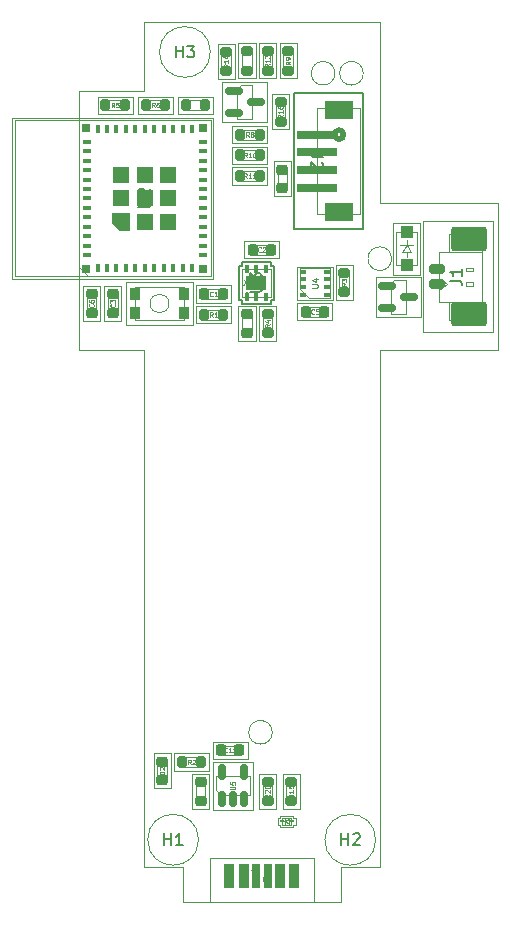
<source format=gtp>
%TF.GenerationSoftware,KiCad,Pcbnew,7.0.7*%
%TF.CreationDate,2023-10-18T20:35:36-04:00*%
%TF.ProjectId,room_environment_monitor,726f6f6d-5f65-46e7-9669-726f6e6d656e,rev?*%
%TF.SameCoordinates,Original*%
%TF.FileFunction,Paste,Top*%
%TF.FilePolarity,Positive*%
%FSLAX46Y46*%
G04 Gerber Fmt 4.6, Leading zero omitted, Abs format (unit mm)*
G04 Created by KiCad (PCBNEW 7.0.7) date 2023-10-18 20:35:36*
%MOMM*%
%LPD*%
G01*
G04 APERTURE LIST*
G04 Aperture macros list*
%AMRoundRect*
0 Rectangle with rounded corners*
0 $1 Rounding radius*
0 $2 $3 $4 $5 $6 $7 $8 $9 X,Y pos of 4 corners*
0 Add a 4 corners polygon primitive as box body*
4,1,4,$2,$3,$4,$5,$6,$7,$8,$9,$2,$3,0*
0 Add four circle primitives for the rounded corners*
1,1,$1+$1,$2,$3*
1,1,$1+$1,$4,$5*
1,1,$1+$1,$6,$7*
1,1,$1+$1,$8,$9*
0 Add four rect primitives between the rounded corners*
20,1,$1+$1,$2,$3,$4,$5,0*
20,1,$1+$1,$4,$5,$6,$7,0*
20,1,$1+$1,$6,$7,$8,$9,0*
20,1,$1+$1,$8,$9,$2,$3,0*%
%AMFreePoly0*
4,1,6,0.725000,-0.725000,-0.725000,-0.725000,-0.725000,0.125000,-0.125000,0.725000,0.725000,0.725000,0.725000,-0.725000,0.725000,-0.725000,$1*%
G04 Aperture macros list end*
%ADD10RoundRect,0.200000X0.275000X-0.200000X0.275000X0.200000X-0.275000X0.200000X-0.275000X-0.200000X0*%
%ADD11RoundRect,0.200000X-0.275000X0.200000X-0.275000X-0.200000X0.275000X-0.200000X0.275000X0.200000X0*%
%ADD12RoundRect,0.200000X0.200000X0.275000X-0.200000X0.275000X-0.200000X-0.275000X0.200000X-0.275000X0*%
%ADD13RoundRect,0.225000X-0.225000X-0.250000X0.225000X-0.250000X0.225000X0.250000X-0.225000X0.250000X0*%
%ADD14RoundRect,0.150000X-0.587500X-0.150000X0.587500X-0.150000X0.587500X0.150000X-0.587500X0.150000X0*%
%ADD15RoundRect,0.150000X0.150000X-0.512500X0.150000X0.512500X-0.150000X0.512500X-0.150000X-0.512500X0*%
%ADD16RoundRect,0.200000X-0.200000X-0.275000X0.200000X-0.275000X0.200000X0.275000X-0.200000X0.275000X0*%
%ADD17R,0.711200X2.006600*%
%ADD18R,0.812800X2.006600*%
%ADD19R,0.889000X2.006600*%
%ADD20R,0.500000X0.350000*%
%ADD21R,0.355600X0.660400*%
%ADD22R,1.701800X1.244600*%
%ADD23RoundRect,0.225000X-0.250000X0.225000X-0.250000X-0.225000X0.250000X-0.225000X0.250000X0.225000X0*%
%ADD24R,0.400000X0.800000*%
%ADD25R,0.800000X0.400000*%
%ADD26FreePoly0,90.000000*%
%ADD27R,1.450000X1.450000*%
%ADD28R,0.700000X0.700000*%
%ADD29R,3.352800X0.711200*%
%ADD30R,2.387600X1.600200*%
%ADD31RoundRect,0.062500X0.117500X0.062500X-0.117500X0.062500X-0.117500X-0.062500X0.117500X-0.062500X0*%
%ADD32RoundRect,0.218750X0.256250X-0.218750X0.256250X0.218750X-0.256250X0.218750X-0.256250X-0.218750X0*%
%ADD33RoundRect,0.225000X0.250000X-0.225000X0.250000X0.225000X-0.250000X0.225000X-0.250000X-0.225000X0*%
%ADD34RoundRect,0.200000X0.450000X-0.200000X0.450000X0.200000X-0.450000X0.200000X-0.450000X-0.200000X0*%
%ADD35RoundRect,0.250001X1.249999X-0.799999X1.249999X0.799999X-1.249999X0.799999X-1.249999X-0.799999X0*%
%ADD36RoundRect,0.225000X0.225000X0.250000X-0.225000X0.250000X-0.225000X-0.250000X0.225000X-0.250000X0*%
%ADD37R,0.900000X1.000000*%
%ADD38RoundRect,0.250000X-0.300000X0.300000X-0.300000X-0.300000X0.300000X-0.300000X0.300000X0.300000X0*%
%TA.AperFunction,Profile*%
%ADD39C,0.100000*%
%TD*%
%ADD40C,0.050000*%
%ADD41C,0.152400*%
%ADD42C,0.060000*%
%ADD43C,0.150000*%
%ADD44C,0.075000*%
%ADD45C,0.100000*%
%ADD46C,0.025400*%
%ADD47C,0.508000*%
G04 APERTURE END LIST*
D10*
%TO.C,R3*%
X117000000Y-92825000D03*
X117000000Y-91175000D03*
%TD*%
D11*
%TO.C,R9*%
X112250000Y-72425000D03*
X112250000Y-74075000D03*
%TD*%
%TO.C,R13*%
X110500000Y-72425000D03*
X110500000Y-74075000D03*
%TD*%
D12*
%TO.C,R8*%
X109825000Y-79500000D03*
X108175000Y-79500000D03*
%TD*%
D13*
%TO.C,C1*%
X105150000Y-93000000D03*
X106700000Y-93000000D03*
%TD*%
%TO.C,C2*%
X109225000Y-89250000D03*
X110775000Y-89250000D03*
%TD*%
D14*
%TO.C,Q3*%
X120625000Y-92300000D03*
X120625000Y-94200000D03*
X122500000Y-93250000D03*
%TD*%
D15*
%TO.C,U5*%
X106625000Y-135762500D03*
X107575000Y-135762500D03*
X108525000Y-135762500D03*
X108525000Y-133487500D03*
X106625000Y-133487500D03*
%TD*%
D16*
%TO.C,R11*%
X108175000Y-83000000D03*
X109825000Y-83000000D03*
%TD*%
D17*
%TO.C,P1*%
X110499999Y-142250002D03*
D18*
X108480000Y-142250002D03*
D19*
X107250000Y-142250002D03*
D17*
X109500001Y-142250002D03*
D18*
X111520000Y-142250002D03*
D19*
X112750000Y-142250002D03*
%TD*%
D20*
%TO.C,U4*%
X113500000Y-93050000D03*
X113500000Y-92400000D03*
X113500000Y-91750000D03*
X113500000Y-91100000D03*
X115550000Y-91100000D03*
X115550000Y-91750000D03*
X115550000Y-92400000D03*
X115550000Y-93050000D03*
%TD*%
D21*
%TO.C,U3*%
X108750000Y-93250000D03*
X109550001Y-93250000D03*
X110350002Y-93250000D03*
X110350002Y-90862400D03*
X109550001Y-90862400D03*
X108750000Y-90862400D03*
D22*
X109550001Y-92056200D03*
%TD*%
D23*
%TO.C,C7*%
X111750000Y-82475000D03*
X111750000Y-84025000D03*
%TD*%
D10*
%TO.C,R15*%
X112500000Y-135950000D03*
X112500000Y-134300000D03*
%TD*%
D24*
%TO.C,U2*%
X96100000Y-90800000D03*
X96900000Y-90800000D03*
X97700000Y-90800000D03*
X98500000Y-90800000D03*
X99300000Y-90800000D03*
X100100000Y-90800000D03*
X100900000Y-90800000D03*
X101700000Y-90800000D03*
X102500000Y-90800000D03*
X103300000Y-90800000D03*
X104100000Y-90800000D03*
D25*
X105000000Y-89700000D03*
X105000000Y-88900000D03*
X105000000Y-88100000D03*
X105000000Y-87300000D03*
X105000000Y-86500000D03*
X105000000Y-85700000D03*
X105000000Y-84900000D03*
X105000000Y-84100000D03*
X105000000Y-83300000D03*
X105000000Y-82500000D03*
X105000000Y-81700000D03*
X105000000Y-80900000D03*
X105000000Y-80100000D03*
D24*
X104100000Y-79000000D03*
X103300000Y-79000000D03*
X102500000Y-79000000D03*
X101700000Y-79000000D03*
X100900000Y-79000000D03*
X100100000Y-79000000D03*
X99300000Y-79000000D03*
X98500000Y-79000000D03*
X97700000Y-79000000D03*
X96900000Y-79000000D03*
X96100000Y-79000000D03*
D25*
X95200000Y-80100000D03*
X95200000Y-80900000D03*
X95200000Y-81700000D03*
X95200000Y-82500000D03*
X95200000Y-83300000D03*
X95200000Y-84100000D03*
X95200000Y-84900000D03*
X95200000Y-85700000D03*
X95200000Y-86500000D03*
X95200000Y-87300000D03*
X95200000Y-88100000D03*
X95200000Y-88900000D03*
X95200000Y-89700000D03*
D26*
X98125000Y-86875000D03*
D27*
X100100000Y-86875000D03*
X102075000Y-86875000D03*
X98125000Y-84900000D03*
X100100000Y-84900000D03*
X102075000Y-84900000D03*
X98125000Y-82925000D03*
X100100000Y-82925000D03*
X102075000Y-82925000D03*
D28*
X95150000Y-78950000D03*
X105050000Y-78950000D03*
X105050000Y-90850000D03*
X95150000Y-90850000D03*
%TD*%
D29*
%TO.C,J2*%
X114645800Y-79499999D03*
X114645800Y-80999999D03*
X114645800Y-82500001D03*
X114645800Y-84000001D03*
D30*
X116528448Y-77449998D03*
X116528448Y-86050002D03*
%TD*%
D13*
%TO.C,C11*%
X106550000Y-131625000D03*
X108100000Y-131625000D03*
%TD*%
D31*
%TO.C,D7*%
X111705000Y-137650000D03*
X112545000Y-137650000D03*
%TD*%
D11*
%TO.C,R12*%
X108750000Y-72425000D03*
X108750000Y-74075000D03*
%TD*%
D10*
%TO.C,R14*%
X107000000Y-74112500D03*
X107000000Y-72462500D03*
%TD*%
D16*
%TO.C,R10*%
X108175000Y-81250000D03*
X109825000Y-81250000D03*
%TD*%
D12*
%TO.C,R1*%
X106750000Y-94750000D03*
X105100000Y-94750000D03*
%TD*%
D10*
%TO.C,R20*%
X110500000Y-135950000D03*
X110500000Y-134300000D03*
%TD*%
D32*
%TO.C,D2*%
X101575000Y-134162500D03*
X101575000Y-132587500D03*
%TD*%
D33*
%TO.C,C10*%
X104825000Y-135900000D03*
X104825000Y-134350000D03*
%TD*%
D12*
%TO.C,R5*%
X98425000Y-77000000D03*
X96775000Y-77000000D03*
%TD*%
D34*
%TO.C,J1*%
X124825000Y-92150000D03*
X124825000Y-90900000D03*
D35*
X127575000Y-94700000D03*
X127575000Y-88350000D03*
%TD*%
D16*
%TO.C,R6*%
X100175000Y-77000000D03*
X101825000Y-77000000D03*
%TD*%
D11*
%TO.C,R16*%
X111600000Y-76750000D03*
X111600000Y-78400000D03*
%TD*%
D36*
%TO.C,C5*%
X115275000Y-94500000D03*
X113725000Y-94500000D03*
%TD*%
D37*
%TO.C,SW1*%
X103400000Y-94600000D03*
X99300000Y-94600000D03*
X103400000Y-93000000D03*
X99300000Y-93000000D03*
%TD*%
D12*
%TO.C,R2*%
X104900000Y-132625000D03*
X103250000Y-132625000D03*
%TD*%
D23*
%TO.C,C4*%
X108750000Y-94725000D03*
X108750000Y-96275000D03*
%TD*%
D10*
%TO.C,R4*%
X110500000Y-96325000D03*
X110500000Y-94675000D03*
%TD*%
D23*
%TO.C,C3*%
X97400000Y-93025000D03*
X97400000Y-94575000D03*
%TD*%
%TO.C,C6*%
X95600000Y-93025000D03*
X95600000Y-94575000D03*
%TD*%
D38*
%TO.C,D1*%
X122275000Y-87750000D03*
X122275000Y-90550000D03*
%TD*%
D16*
%TO.C,R7*%
X103575000Y-77000000D03*
X105225000Y-77000000D03*
%TD*%
D14*
%TO.C,Q1*%
X107625000Y-75800000D03*
X107625000Y-77700000D03*
X109500000Y-76750000D03*
%TD*%
D39*
X120000000Y-70000000D02*
X120000000Y-85250000D01*
X103300000Y-144500000D02*
X103300000Y-141500000D01*
X120000000Y-85250000D02*
X130000000Y-85250000D01*
X100000000Y-70000000D02*
X120000000Y-70000000D01*
X100000000Y-75800000D02*
X100000000Y-70000000D01*
X100000000Y-97750000D02*
X94500000Y-97750000D01*
X120000000Y-97750000D02*
X120000000Y-141500000D01*
X130000000Y-85250000D02*
X130000000Y-97750000D01*
X116700000Y-144500000D02*
X103300000Y-144500000D01*
X103300000Y-141500000D02*
X100000000Y-141500000D01*
X116700000Y-141500000D02*
X116700000Y-144500000D01*
X100000000Y-141500000D02*
X100000000Y-97750000D01*
X130000000Y-97750000D02*
X120000000Y-97750000D01*
X94500000Y-75800000D02*
X100000000Y-75800000D01*
X94500000Y-75800000D02*
X94500000Y-97750000D01*
X120000000Y-141500000D02*
X116700000Y-141500000D01*
D40*
%TO.C,R3*%
X116270000Y-93480000D02*
X116270000Y-90520000D01*
X117730000Y-93480000D02*
X116270000Y-93480000D01*
X116270000Y-90520000D02*
X117730000Y-90520000D01*
X117730000Y-90520000D02*
X117730000Y-93480000D01*
%TO.C,R9*%
X112980000Y-71770000D02*
X112980000Y-74730000D01*
X111520000Y-71770000D02*
X112980000Y-71770000D01*
X112980000Y-74730000D02*
X111520000Y-74730000D01*
X111520000Y-74730000D02*
X111520000Y-71770000D01*
%TO.C,R13*%
X111230000Y-71770000D02*
X111230000Y-74730000D01*
X109770000Y-71770000D02*
X111230000Y-71770000D01*
X111230000Y-74730000D02*
X109770000Y-74730000D01*
X109770000Y-74730000D02*
X109770000Y-71770000D01*
%TO.C,R8*%
X110480000Y-80230000D02*
X107520000Y-80230000D01*
X110480000Y-78770000D02*
X110480000Y-80230000D01*
X107520000Y-80230000D02*
X107520000Y-78770000D01*
X107520000Y-78770000D02*
X110480000Y-78770000D01*
%TO.C,C1*%
X104445000Y-92270000D02*
X107405000Y-92270000D01*
X104445000Y-93730000D02*
X104445000Y-92270000D01*
X107405000Y-92270000D02*
X107405000Y-93730000D01*
X107405000Y-93730000D02*
X104445000Y-93730000D01*
%TO.C,H1*%
X104650000Y-139200000D02*
G75*
G03*
X104650000Y-139200000I-2150000J0D01*
G01*
%TO.C,C2*%
X108520000Y-88520000D02*
X111480000Y-88520000D01*
X108520000Y-89980000D02*
X108520000Y-88520000D01*
X111480000Y-88520000D02*
X111480000Y-89980000D01*
X111480000Y-89980000D02*
X108520000Y-89980000D01*
%TO.C,Q3*%
X119642500Y-91550000D02*
X119642500Y-94950000D01*
X119642500Y-94950000D02*
X123482500Y-94950000D01*
X123482500Y-91550000D02*
X119642500Y-91550000D01*
X123482500Y-94950000D02*
X123482500Y-91550000D01*
%TO.C,U5*%
X105875000Y-136675000D02*
X109275000Y-136675000D01*
X109275000Y-136675000D02*
X109275000Y-132575000D01*
X105875000Y-132575000D02*
X105875000Y-136675000D01*
X109275000Y-132575000D02*
X105875000Y-132575000D01*
%TO.C,R11*%
X107520000Y-82270000D02*
X110480000Y-82270000D01*
X107520000Y-83730000D02*
X107520000Y-82270000D01*
X110480000Y-82270000D02*
X110480000Y-83730000D01*
X110480000Y-83730000D02*
X107520000Y-83730000D01*
%TO.C,U4*%
X112985000Y-93485000D02*
X112985000Y-90665000D01*
X116065000Y-93485000D02*
X112985000Y-93485000D01*
X112985000Y-90665000D02*
X116065000Y-90665000D01*
X116065000Y-90665000D02*
X116065000Y-93485000D01*
%TO.C,TP4*%
X110900000Y-130100000D02*
G75*
G03*
X110900000Y-130100000I-1000000J0D01*
G01*
D41*
%TO.C,U3*%
X108318201Y-93834200D02*
X108318201Y-93529400D01*
X110781801Y-93834200D02*
X108318201Y-93834200D01*
X110781801Y-93834200D02*
X110781801Y-93529400D01*
X108076801Y-93529400D02*
X108076801Y-90583000D01*
X108318201Y-93529400D02*
X108076801Y-93529400D01*
X111023201Y-93529400D02*
X110781801Y-93529400D01*
X108076801Y-90583000D02*
X108318201Y-90583000D01*
X110781801Y-90583000D02*
X111023201Y-90583000D01*
X111023201Y-90583000D02*
X111023201Y-93529400D01*
X108318201Y-90278200D02*
X108318201Y-90583000D01*
X108318201Y-90278200D02*
X110781801Y-90278200D01*
X110781801Y-90278200D02*
X110781801Y-90583000D01*
D40*
%TO.C,H2*%
X119650000Y-139200000D02*
G75*
G03*
X119650000Y-139200000I-2150000J0D01*
G01*
%TO.C,C7*%
X112480000Y-81770000D02*
X112480000Y-84730000D01*
X111020000Y-81770000D02*
X112480000Y-81770000D01*
X112480000Y-84730000D02*
X111020000Y-84730000D01*
X111020000Y-84730000D02*
X111020000Y-81770000D01*
%TO.C,H3*%
X105650000Y-72500000D02*
G75*
G03*
X105650000Y-72500000I-2150000J0D01*
G01*
%TO.C,R15*%
X111770000Y-136605000D02*
X111770000Y-133645000D01*
X113230000Y-136605000D02*
X111770000Y-136605000D01*
X111770000Y-133645000D02*
X113230000Y-133645000D01*
X113230000Y-133645000D02*
X113230000Y-136605000D01*
%TO.C,U2*%
X88900000Y-91700000D02*
X88900000Y-78100000D01*
X105900000Y-91700000D02*
X88900000Y-91700000D01*
X88900000Y-78100000D02*
X105900000Y-78100000D01*
X105900000Y-78100000D02*
X105900000Y-91700000D01*
D41*
%TO.C,J2*%
X118608200Y-76002199D02*
X112715400Y-76002199D01*
X112715400Y-76002199D02*
X112715400Y-87497801D01*
X118608200Y-87497801D02*
X118608200Y-76002199D01*
X112715400Y-87497801D02*
X118608200Y-87497801D01*
D40*
%TO.C,TP2*%
X118600000Y-74300000D02*
G75*
G03*
X118600000Y-74300000I-1000000J0D01*
G01*
%TO.C,C11*%
X105845000Y-130895000D02*
X108805000Y-130895000D01*
X105845000Y-132355000D02*
X105845000Y-130895000D01*
X108805000Y-130895000D02*
X108805000Y-132355000D01*
X108805000Y-132355000D02*
X105845000Y-132355000D01*
%TO.C,D7*%
X111375000Y-137370000D02*
X111375000Y-137930000D01*
X111375000Y-137930000D02*
X111575000Y-137930000D01*
X111575000Y-137200000D02*
X112675000Y-137200000D01*
X111575000Y-137370000D02*
X111375000Y-137370000D01*
X111575000Y-137370000D02*
X111575000Y-137200000D01*
X111575000Y-138100000D02*
X111575000Y-137930000D01*
X112675000Y-137200000D02*
X112675000Y-137370000D01*
X112675000Y-137370000D02*
X112875000Y-137370000D01*
X112675000Y-137930000D02*
X112675000Y-138100000D01*
X112675000Y-138100000D02*
X111575000Y-138100000D01*
X112875000Y-137370000D02*
X112875000Y-137930000D01*
X112875000Y-137930000D02*
X112675000Y-137930000D01*
%TO.C,R12*%
X109480000Y-71770000D02*
X109480000Y-74730000D01*
X108020000Y-71770000D02*
X109480000Y-71770000D01*
X109480000Y-74730000D02*
X108020000Y-74730000D01*
X108020000Y-74730000D02*
X108020000Y-71770000D01*
%TO.C,R14*%
X106270000Y-74767500D02*
X106270000Y-71807500D01*
X107730000Y-74767500D02*
X106270000Y-74767500D01*
X106270000Y-71807500D02*
X107730000Y-71807500D01*
X107730000Y-71807500D02*
X107730000Y-74767500D01*
%TO.C,R10*%
X107520000Y-80520000D02*
X110480000Y-80520000D01*
X107520000Y-81980000D02*
X107520000Y-80520000D01*
X110480000Y-80520000D02*
X110480000Y-81980000D01*
X110480000Y-81980000D02*
X107520000Y-81980000D01*
%TO.C,R1*%
X107405000Y-95480000D02*
X104445000Y-95480000D01*
X107405000Y-94020000D02*
X107405000Y-95480000D01*
X104445000Y-95480000D02*
X104445000Y-94020000D01*
X104445000Y-94020000D02*
X107405000Y-94020000D01*
%TO.C,R20*%
X109770000Y-136605000D02*
X109770000Y-133645000D01*
X111230000Y-136605000D02*
X109770000Y-136605000D01*
X109770000Y-133645000D02*
X111230000Y-133645000D01*
X111230000Y-133645000D02*
X111230000Y-136605000D01*
%TO.C,D2*%
X100845000Y-134855000D02*
X100845000Y-131895000D01*
X102305000Y-134855000D02*
X100845000Y-134855000D01*
X100845000Y-131895000D02*
X102305000Y-131895000D01*
X102305000Y-131895000D02*
X102305000Y-134855000D01*
%TO.C,C10*%
X104095000Y-136605000D02*
X104095000Y-133645000D01*
X105555000Y-136605000D02*
X104095000Y-136605000D01*
X104095000Y-133645000D02*
X105555000Y-133645000D01*
X105555000Y-133645000D02*
X105555000Y-136605000D01*
%TO.C,R5*%
X99080000Y-77730000D02*
X96120000Y-77730000D01*
X99080000Y-76270000D02*
X99080000Y-77730000D01*
X96120000Y-77730000D02*
X96120000Y-76270000D01*
X96120000Y-76270000D02*
X99080000Y-76270000D01*
%TO.C,J1*%
X123675000Y-96245000D02*
X129575000Y-96245000D01*
X129575000Y-96245000D02*
X129575000Y-86805000D01*
X123675000Y-86805000D02*
X123675000Y-96245000D01*
X129575000Y-86805000D02*
X123675000Y-86805000D01*
%TO.C,R6*%
X99520000Y-76270000D02*
X102480000Y-76270000D01*
X99520000Y-77730000D02*
X99520000Y-76270000D01*
X102480000Y-76270000D02*
X102480000Y-77730000D01*
X102480000Y-77730000D02*
X99520000Y-77730000D01*
%TO.C,R16*%
X112330000Y-76095000D02*
X112330000Y-79055000D01*
X110870000Y-76095000D02*
X112330000Y-76095000D01*
X112330000Y-79055000D02*
X110870000Y-79055000D01*
X110870000Y-79055000D02*
X110870000Y-76095000D01*
%TO.C,C5*%
X115980000Y-95230000D02*
X113020000Y-95230000D01*
X115980000Y-93770000D02*
X115980000Y-95230000D01*
X113020000Y-95230000D02*
X113020000Y-93770000D01*
X113020000Y-93770000D02*
X115980000Y-93770000D01*
%TO.C,SW1*%
X104150000Y-95600000D02*
X98550000Y-95600000D01*
X104150000Y-92000000D02*
X104150000Y-95600000D01*
X98550000Y-95600000D02*
X98550000Y-92000000D01*
X98550000Y-92000000D02*
X104150000Y-92000000D01*
%TO.C,R2*%
X105555000Y-133355000D02*
X102595000Y-133355000D01*
X105555000Y-131895000D02*
X105555000Y-133355000D01*
X102595000Y-133355000D02*
X102595000Y-131895000D01*
X102595000Y-131895000D02*
X105555000Y-131895000D01*
%TO.C,C4*%
X109480000Y-94020000D02*
X109480000Y-96980000D01*
X108020000Y-94020000D02*
X109480000Y-94020000D01*
X109480000Y-96980000D02*
X108020000Y-96980000D01*
X108020000Y-96980000D02*
X108020000Y-94020000D01*
%TO.C,R4*%
X109770000Y-96980000D02*
X109770000Y-94020000D01*
X111230000Y-96980000D02*
X109770000Y-96980000D01*
X109770000Y-94020000D02*
X111230000Y-94020000D01*
X111230000Y-94020000D02*
X111230000Y-96980000D01*
%TO.C,C3*%
X98130000Y-92320000D02*
X98130000Y-95280000D01*
X96670000Y-92320000D02*
X98130000Y-92320000D01*
X98130000Y-95280000D02*
X96670000Y-95280000D01*
X96670000Y-95280000D02*
X96670000Y-92320000D01*
%TO.C,TP3*%
X116200000Y-74300000D02*
G75*
G03*
X116200000Y-74300000I-1000000J0D01*
G01*
%TO.C,C6*%
X96330000Y-92320000D02*
X96330000Y-95280000D01*
X94870000Y-92320000D02*
X96330000Y-92320000D01*
X96330000Y-95280000D02*
X94870000Y-95280000D01*
X94870000Y-95280000D02*
X94870000Y-92320000D01*
%TO.C,D1*%
X123425000Y-86950000D02*
X121125000Y-86950000D01*
X123425000Y-86950000D02*
X123425000Y-91350000D01*
X123425000Y-91350000D02*
X121125000Y-91350000D01*
X121125000Y-91350000D02*
X121125000Y-86950000D01*
%TO.C,R7*%
X102920000Y-76270000D02*
X105880000Y-76270000D01*
X102920000Y-77730000D02*
X102920000Y-76270000D01*
X105880000Y-76270000D02*
X105880000Y-77730000D01*
X105880000Y-77730000D02*
X102920000Y-77730000D01*
%TO.C,TP1*%
X121000000Y-90000000D02*
G75*
G03*
X121000000Y-90000000I-1000000J0D01*
G01*
%TO.C,Q1*%
X106642500Y-75050000D02*
X106642500Y-78450000D01*
X106642500Y-78450000D02*
X110482500Y-78450000D01*
X110482500Y-75050000D02*
X106642500Y-75050000D01*
X110482500Y-78450000D02*
X110482500Y-75050000D01*
%TD*%
D42*
X117181927Y-92066666D02*
X116991451Y-92199999D01*
X117181927Y-92295237D02*
X116781927Y-92295237D01*
X116781927Y-92295237D02*
X116781927Y-92142856D01*
X116781927Y-92142856D02*
X116800975Y-92104761D01*
X116800975Y-92104761D02*
X116820022Y-92085714D01*
X116820022Y-92085714D02*
X116858118Y-92066666D01*
X116858118Y-92066666D02*
X116915260Y-92066666D01*
X116915260Y-92066666D02*
X116953356Y-92085714D01*
X116953356Y-92085714D02*
X116972403Y-92104761D01*
X116972403Y-92104761D02*
X116991451Y-92142856D01*
X116991451Y-92142856D02*
X116991451Y-92295237D01*
X116781927Y-91933333D02*
X116781927Y-91685714D01*
X116781927Y-91685714D02*
X116934308Y-91819047D01*
X116934308Y-91819047D02*
X116934308Y-91761904D01*
X116934308Y-91761904D02*
X116953356Y-91723809D01*
X116953356Y-91723809D02*
X116972403Y-91704761D01*
X116972403Y-91704761D02*
X117010499Y-91685714D01*
X117010499Y-91685714D02*
X117105737Y-91685714D01*
X117105737Y-91685714D02*
X117143832Y-91704761D01*
X117143832Y-91704761D02*
X117162880Y-91723809D01*
X117162880Y-91723809D02*
X117181927Y-91761904D01*
X117181927Y-91761904D02*
X117181927Y-91876190D01*
X117181927Y-91876190D02*
X117162880Y-91914285D01*
X117162880Y-91914285D02*
X117143832Y-91933333D01*
X112431927Y-73316666D02*
X112241451Y-73449999D01*
X112431927Y-73545237D02*
X112031927Y-73545237D01*
X112031927Y-73545237D02*
X112031927Y-73392856D01*
X112031927Y-73392856D02*
X112050975Y-73354761D01*
X112050975Y-73354761D02*
X112070022Y-73335714D01*
X112070022Y-73335714D02*
X112108118Y-73316666D01*
X112108118Y-73316666D02*
X112165260Y-73316666D01*
X112165260Y-73316666D02*
X112203356Y-73335714D01*
X112203356Y-73335714D02*
X112222403Y-73354761D01*
X112222403Y-73354761D02*
X112241451Y-73392856D01*
X112241451Y-73392856D02*
X112241451Y-73545237D01*
X112431927Y-73126190D02*
X112431927Y-73049999D01*
X112431927Y-73049999D02*
X112412880Y-73011904D01*
X112412880Y-73011904D02*
X112393832Y-72992856D01*
X112393832Y-72992856D02*
X112336689Y-72954761D01*
X112336689Y-72954761D02*
X112260499Y-72935714D01*
X112260499Y-72935714D02*
X112108118Y-72935714D01*
X112108118Y-72935714D02*
X112070022Y-72954761D01*
X112070022Y-72954761D02*
X112050975Y-72973809D01*
X112050975Y-72973809D02*
X112031927Y-73011904D01*
X112031927Y-73011904D02*
X112031927Y-73088095D01*
X112031927Y-73088095D02*
X112050975Y-73126190D01*
X112050975Y-73126190D02*
X112070022Y-73145237D01*
X112070022Y-73145237D02*
X112108118Y-73164285D01*
X112108118Y-73164285D02*
X112203356Y-73164285D01*
X112203356Y-73164285D02*
X112241451Y-73145237D01*
X112241451Y-73145237D02*
X112260499Y-73126190D01*
X112260499Y-73126190D02*
X112279546Y-73088095D01*
X112279546Y-73088095D02*
X112279546Y-73011904D01*
X112279546Y-73011904D02*
X112260499Y-72973809D01*
X112260499Y-72973809D02*
X112241451Y-72954761D01*
X112241451Y-72954761D02*
X112203356Y-72935714D01*
X110681927Y-73507142D02*
X110491451Y-73640475D01*
X110681927Y-73735713D02*
X110281927Y-73735713D01*
X110281927Y-73735713D02*
X110281927Y-73583332D01*
X110281927Y-73583332D02*
X110300975Y-73545237D01*
X110300975Y-73545237D02*
X110320022Y-73526190D01*
X110320022Y-73526190D02*
X110358118Y-73507142D01*
X110358118Y-73507142D02*
X110415260Y-73507142D01*
X110415260Y-73507142D02*
X110453356Y-73526190D01*
X110453356Y-73526190D02*
X110472403Y-73545237D01*
X110472403Y-73545237D02*
X110491451Y-73583332D01*
X110491451Y-73583332D02*
X110491451Y-73735713D01*
X110681927Y-73126190D02*
X110681927Y-73354761D01*
X110681927Y-73240475D02*
X110281927Y-73240475D01*
X110281927Y-73240475D02*
X110339070Y-73278571D01*
X110339070Y-73278571D02*
X110377165Y-73316666D01*
X110377165Y-73316666D02*
X110396213Y-73354761D01*
X110281927Y-72992857D02*
X110281927Y-72745238D01*
X110281927Y-72745238D02*
X110434308Y-72878571D01*
X110434308Y-72878571D02*
X110434308Y-72821428D01*
X110434308Y-72821428D02*
X110453356Y-72783333D01*
X110453356Y-72783333D02*
X110472403Y-72764285D01*
X110472403Y-72764285D02*
X110510499Y-72745238D01*
X110510499Y-72745238D02*
X110605737Y-72745238D01*
X110605737Y-72745238D02*
X110643832Y-72764285D01*
X110643832Y-72764285D02*
X110662880Y-72783333D01*
X110662880Y-72783333D02*
X110681927Y-72821428D01*
X110681927Y-72821428D02*
X110681927Y-72935714D01*
X110681927Y-72935714D02*
X110662880Y-72973809D01*
X110662880Y-72973809D02*
X110643832Y-72992857D01*
X108933333Y-79681927D02*
X108800000Y-79491451D01*
X108704762Y-79681927D02*
X108704762Y-79281927D01*
X108704762Y-79281927D02*
X108857143Y-79281927D01*
X108857143Y-79281927D02*
X108895238Y-79300975D01*
X108895238Y-79300975D02*
X108914285Y-79320022D01*
X108914285Y-79320022D02*
X108933333Y-79358118D01*
X108933333Y-79358118D02*
X108933333Y-79415260D01*
X108933333Y-79415260D02*
X108914285Y-79453356D01*
X108914285Y-79453356D02*
X108895238Y-79472403D01*
X108895238Y-79472403D02*
X108857143Y-79491451D01*
X108857143Y-79491451D02*
X108704762Y-79491451D01*
X109161904Y-79453356D02*
X109123809Y-79434308D01*
X109123809Y-79434308D02*
X109104762Y-79415260D01*
X109104762Y-79415260D02*
X109085714Y-79377165D01*
X109085714Y-79377165D02*
X109085714Y-79358118D01*
X109085714Y-79358118D02*
X109104762Y-79320022D01*
X109104762Y-79320022D02*
X109123809Y-79300975D01*
X109123809Y-79300975D02*
X109161904Y-79281927D01*
X109161904Y-79281927D02*
X109238095Y-79281927D01*
X109238095Y-79281927D02*
X109276190Y-79300975D01*
X109276190Y-79300975D02*
X109295238Y-79320022D01*
X109295238Y-79320022D02*
X109314285Y-79358118D01*
X109314285Y-79358118D02*
X109314285Y-79377165D01*
X109314285Y-79377165D02*
X109295238Y-79415260D01*
X109295238Y-79415260D02*
X109276190Y-79434308D01*
X109276190Y-79434308D02*
X109238095Y-79453356D01*
X109238095Y-79453356D02*
X109161904Y-79453356D01*
X109161904Y-79453356D02*
X109123809Y-79472403D01*
X109123809Y-79472403D02*
X109104762Y-79491451D01*
X109104762Y-79491451D02*
X109085714Y-79529546D01*
X109085714Y-79529546D02*
X109085714Y-79605737D01*
X109085714Y-79605737D02*
X109104762Y-79643832D01*
X109104762Y-79643832D02*
X109123809Y-79662880D01*
X109123809Y-79662880D02*
X109161904Y-79681927D01*
X109161904Y-79681927D02*
X109238095Y-79681927D01*
X109238095Y-79681927D02*
X109276190Y-79662880D01*
X109276190Y-79662880D02*
X109295238Y-79643832D01*
X109295238Y-79643832D02*
X109314285Y-79605737D01*
X109314285Y-79605737D02*
X109314285Y-79529546D01*
X109314285Y-79529546D02*
X109295238Y-79491451D01*
X109295238Y-79491451D02*
X109276190Y-79472403D01*
X109276190Y-79472403D02*
X109238095Y-79453356D01*
X105858333Y-93143832D02*
X105839285Y-93162880D01*
X105839285Y-93162880D02*
X105782143Y-93181927D01*
X105782143Y-93181927D02*
X105744047Y-93181927D01*
X105744047Y-93181927D02*
X105686904Y-93162880D01*
X105686904Y-93162880D02*
X105648809Y-93124784D01*
X105648809Y-93124784D02*
X105629762Y-93086689D01*
X105629762Y-93086689D02*
X105610714Y-93010499D01*
X105610714Y-93010499D02*
X105610714Y-92953356D01*
X105610714Y-92953356D02*
X105629762Y-92877165D01*
X105629762Y-92877165D02*
X105648809Y-92839070D01*
X105648809Y-92839070D02*
X105686904Y-92800975D01*
X105686904Y-92800975D02*
X105744047Y-92781927D01*
X105744047Y-92781927D02*
X105782143Y-92781927D01*
X105782143Y-92781927D02*
X105839285Y-92800975D01*
X105839285Y-92800975D02*
X105858333Y-92820022D01*
X106239285Y-93181927D02*
X106010714Y-93181927D01*
X106125000Y-93181927D02*
X106125000Y-92781927D01*
X106125000Y-92781927D02*
X106086904Y-92839070D01*
X106086904Y-92839070D02*
X106048809Y-92877165D01*
X106048809Y-92877165D02*
X106010714Y-92896213D01*
D43*
X101738095Y-139654819D02*
X101738095Y-138654819D01*
X101738095Y-139131009D02*
X102309523Y-139131009D01*
X102309523Y-139654819D02*
X102309523Y-138654819D01*
X103309523Y-139654819D02*
X102738095Y-139654819D01*
X103023809Y-139654819D02*
X103023809Y-138654819D01*
X103023809Y-138654819D02*
X102928571Y-138797676D01*
X102928571Y-138797676D02*
X102833333Y-138892914D01*
X102833333Y-138892914D02*
X102738095Y-138940533D01*
D42*
X109933333Y-89393832D02*
X109914285Y-89412880D01*
X109914285Y-89412880D02*
X109857143Y-89431927D01*
X109857143Y-89431927D02*
X109819047Y-89431927D01*
X109819047Y-89431927D02*
X109761904Y-89412880D01*
X109761904Y-89412880D02*
X109723809Y-89374784D01*
X109723809Y-89374784D02*
X109704762Y-89336689D01*
X109704762Y-89336689D02*
X109685714Y-89260499D01*
X109685714Y-89260499D02*
X109685714Y-89203356D01*
X109685714Y-89203356D02*
X109704762Y-89127165D01*
X109704762Y-89127165D02*
X109723809Y-89089070D01*
X109723809Y-89089070D02*
X109761904Y-89050975D01*
X109761904Y-89050975D02*
X109819047Y-89031927D01*
X109819047Y-89031927D02*
X109857143Y-89031927D01*
X109857143Y-89031927D02*
X109914285Y-89050975D01*
X109914285Y-89050975D02*
X109933333Y-89070022D01*
X110085714Y-89070022D02*
X110104762Y-89050975D01*
X110104762Y-89050975D02*
X110142857Y-89031927D01*
X110142857Y-89031927D02*
X110238095Y-89031927D01*
X110238095Y-89031927D02*
X110276190Y-89050975D01*
X110276190Y-89050975D02*
X110295238Y-89070022D01*
X110295238Y-89070022D02*
X110314285Y-89108118D01*
X110314285Y-89108118D02*
X110314285Y-89146213D01*
X110314285Y-89146213D02*
X110295238Y-89203356D01*
X110295238Y-89203356D02*
X110066666Y-89431927D01*
X110066666Y-89431927D02*
X110314285Y-89431927D01*
X107356927Y-134929761D02*
X107680737Y-134929761D01*
X107680737Y-134929761D02*
X107718832Y-134910714D01*
X107718832Y-134910714D02*
X107737880Y-134891666D01*
X107737880Y-134891666D02*
X107756927Y-134853571D01*
X107756927Y-134853571D02*
X107756927Y-134777380D01*
X107756927Y-134777380D02*
X107737880Y-134739285D01*
X107737880Y-134739285D02*
X107718832Y-134720238D01*
X107718832Y-134720238D02*
X107680737Y-134701190D01*
X107680737Y-134701190D02*
X107356927Y-134701190D01*
X107356927Y-134320237D02*
X107356927Y-134510713D01*
X107356927Y-134510713D02*
X107547403Y-134529761D01*
X107547403Y-134529761D02*
X107528356Y-134510713D01*
X107528356Y-134510713D02*
X107509308Y-134472618D01*
X107509308Y-134472618D02*
X107509308Y-134377380D01*
X107509308Y-134377380D02*
X107528356Y-134339285D01*
X107528356Y-134339285D02*
X107547403Y-134320237D01*
X107547403Y-134320237D02*
X107585499Y-134301190D01*
X107585499Y-134301190D02*
X107680737Y-134301190D01*
X107680737Y-134301190D02*
X107718832Y-134320237D01*
X107718832Y-134320237D02*
X107737880Y-134339285D01*
X107737880Y-134339285D02*
X107756927Y-134377380D01*
X107756927Y-134377380D02*
X107756927Y-134472618D01*
X107756927Y-134472618D02*
X107737880Y-134510713D01*
X107737880Y-134510713D02*
X107718832Y-134529761D01*
X108742857Y-83181927D02*
X108609524Y-82991451D01*
X108514286Y-83181927D02*
X108514286Y-82781927D01*
X108514286Y-82781927D02*
X108666667Y-82781927D01*
X108666667Y-82781927D02*
X108704762Y-82800975D01*
X108704762Y-82800975D02*
X108723809Y-82820022D01*
X108723809Y-82820022D02*
X108742857Y-82858118D01*
X108742857Y-82858118D02*
X108742857Y-82915260D01*
X108742857Y-82915260D02*
X108723809Y-82953356D01*
X108723809Y-82953356D02*
X108704762Y-82972403D01*
X108704762Y-82972403D02*
X108666667Y-82991451D01*
X108666667Y-82991451D02*
X108514286Y-82991451D01*
X109123809Y-83181927D02*
X108895238Y-83181927D01*
X109009524Y-83181927D02*
X109009524Y-82781927D01*
X109009524Y-82781927D02*
X108971428Y-82839070D01*
X108971428Y-82839070D02*
X108933333Y-82877165D01*
X108933333Y-82877165D02*
X108895238Y-82896213D01*
X109504761Y-83181927D02*
X109276190Y-83181927D01*
X109390476Y-83181927D02*
X109390476Y-82781927D01*
X109390476Y-82781927D02*
X109352380Y-82839070D01*
X109352380Y-82839070D02*
X109314285Y-82877165D01*
X109314285Y-82877165D02*
X109276190Y-82896213D01*
D43*
X110738094Y-141795182D02*
X110738094Y-142795182D01*
X110738094Y-142795182D02*
X110357142Y-142795182D01*
X110357142Y-142795182D02*
X110261904Y-142747563D01*
X110261904Y-142747563D02*
X110214285Y-142699944D01*
X110214285Y-142699944D02*
X110166666Y-142604706D01*
X110166666Y-142604706D02*
X110166666Y-142461849D01*
X110166666Y-142461849D02*
X110214285Y-142366611D01*
X110214285Y-142366611D02*
X110261904Y-142318992D01*
X110261904Y-142318992D02*
X110357142Y-142271373D01*
X110357142Y-142271373D02*
X110738094Y-142271373D01*
X109214285Y-141795182D02*
X109785713Y-141795182D01*
X109499999Y-141795182D02*
X109499999Y-142795182D01*
X109499999Y-142795182D02*
X109595237Y-142652325D01*
X109595237Y-142652325D02*
X109690475Y-142557087D01*
X109690475Y-142557087D02*
X109785713Y-142509468D01*
D44*
X114252409Y-92455952D02*
X114657171Y-92455952D01*
X114657171Y-92455952D02*
X114704790Y-92432142D01*
X114704790Y-92432142D02*
X114728600Y-92408333D01*
X114728600Y-92408333D02*
X114752409Y-92360714D01*
X114752409Y-92360714D02*
X114752409Y-92265476D01*
X114752409Y-92265476D02*
X114728600Y-92217857D01*
X114728600Y-92217857D02*
X114704790Y-92194047D01*
X114704790Y-92194047D02*
X114657171Y-92170238D01*
X114657171Y-92170238D02*
X114252409Y-92170238D01*
X114419076Y-91717856D02*
X114752409Y-91717856D01*
X114228600Y-91836904D02*
X114585742Y-91955951D01*
X114585742Y-91955951D02*
X114585742Y-91646428D01*
D43*
X109004820Y-92818104D02*
X109814343Y-92818104D01*
X109814343Y-92818104D02*
X109909581Y-92770485D01*
X109909581Y-92770485D02*
X109957201Y-92722866D01*
X109957201Y-92722866D02*
X110004820Y-92627628D01*
X110004820Y-92627628D02*
X110004820Y-92437152D01*
X110004820Y-92437152D02*
X109957201Y-92341914D01*
X109957201Y-92341914D02*
X109909581Y-92294295D01*
X109909581Y-92294295D02*
X109814343Y-92246676D01*
X109814343Y-92246676D02*
X109004820Y-92246676D01*
X109004820Y-91865723D02*
X109004820Y-91246676D01*
X109004820Y-91246676D02*
X109385772Y-91580009D01*
X109385772Y-91580009D02*
X109385772Y-91437152D01*
X109385772Y-91437152D02*
X109433391Y-91341914D01*
X109433391Y-91341914D02*
X109481010Y-91294295D01*
X109481010Y-91294295D02*
X109576248Y-91246676D01*
X109576248Y-91246676D02*
X109814343Y-91246676D01*
X109814343Y-91246676D02*
X109909581Y-91294295D01*
X109909581Y-91294295D02*
X109957201Y-91341914D01*
X109957201Y-91341914D02*
X110004820Y-91437152D01*
X110004820Y-91437152D02*
X110004820Y-91722866D01*
X110004820Y-91722866D02*
X109957201Y-91818104D01*
X109957201Y-91818104D02*
X109909581Y-91865723D01*
X116738095Y-139654819D02*
X116738095Y-138654819D01*
X116738095Y-139131009D02*
X117309523Y-139131009D01*
X117309523Y-139654819D02*
X117309523Y-138654819D01*
X117738095Y-138750057D02*
X117785714Y-138702438D01*
X117785714Y-138702438D02*
X117880952Y-138654819D01*
X117880952Y-138654819D02*
X118119047Y-138654819D01*
X118119047Y-138654819D02*
X118214285Y-138702438D01*
X118214285Y-138702438D02*
X118261904Y-138750057D01*
X118261904Y-138750057D02*
X118309523Y-138845295D01*
X118309523Y-138845295D02*
X118309523Y-138940533D01*
X118309523Y-138940533D02*
X118261904Y-139083390D01*
X118261904Y-139083390D02*
X117690476Y-139654819D01*
X117690476Y-139654819D02*
X118309523Y-139654819D01*
X102738095Y-72954819D02*
X102738095Y-71954819D01*
X102738095Y-72431009D02*
X103309523Y-72431009D01*
X103309523Y-72954819D02*
X103309523Y-71954819D01*
X103690476Y-71954819D02*
X104309523Y-71954819D01*
X104309523Y-71954819D02*
X103976190Y-72335771D01*
X103976190Y-72335771D02*
X104119047Y-72335771D01*
X104119047Y-72335771D02*
X104214285Y-72383390D01*
X104214285Y-72383390D02*
X104261904Y-72431009D01*
X104261904Y-72431009D02*
X104309523Y-72526247D01*
X104309523Y-72526247D02*
X104309523Y-72764342D01*
X104309523Y-72764342D02*
X104261904Y-72859580D01*
X104261904Y-72859580D02*
X104214285Y-72907200D01*
X104214285Y-72907200D02*
X104119047Y-72954819D01*
X104119047Y-72954819D02*
X103833333Y-72954819D01*
X103833333Y-72954819D02*
X103738095Y-72907200D01*
X103738095Y-72907200D02*
X103690476Y-72859580D01*
D42*
X112681927Y-135382142D02*
X112491451Y-135515475D01*
X112681927Y-135610713D02*
X112281927Y-135610713D01*
X112281927Y-135610713D02*
X112281927Y-135458332D01*
X112281927Y-135458332D02*
X112300975Y-135420237D01*
X112300975Y-135420237D02*
X112320022Y-135401190D01*
X112320022Y-135401190D02*
X112358118Y-135382142D01*
X112358118Y-135382142D02*
X112415260Y-135382142D01*
X112415260Y-135382142D02*
X112453356Y-135401190D01*
X112453356Y-135401190D02*
X112472403Y-135420237D01*
X112472403Y-135420237D02*
X112491451Y-135458332D01*
X112491451Y-135458332D02*
X112491451Y-135610713D01*
X112681927Y-135001190D02*
X112681927Y-135229761D01*
X112681927Y-135115475D02*
X112281927Y-135115475D01*
X112281927Y-135115475D02*
X112339070Y-135153571D01*
X112339070Y-135153571D02*
X112377165Y-135191666D01*
X112377165Y-135191666D02*
X112396213Y-135229761D01*
X112281927Y-134639285D02*
X112281927Y-134829761D01*
X112281927Y-134829761D02*
X112472403Y-134848809D01*
X112472403Y-134848809D02*
X112453356Y-134829761D01*
X112453356Y-134829761D02*
X112434308Y-134791666D01*
X112434308Y-134791666D02*
X112434308Y-134696428D01*
X112434308Y-134696428D02*
X112453356Y-134658333D01*
X112453356Y-134658333D02*
X112472403Y-134639285D01*
X112472403Y-134639285D02*
X112510499Y-134620238D01*
X112510499Y-134620238D02*
X112605737Y-134620238D01*
X112605737Y-134620238D02*
X112643832Y-134639285D01*
X112643832Y-134639285D02*
X112662880Y-134658333D01*
X112662880Y-134658333D02*
X112681927Y-134696428D01*
X112681927Y-134696428D02*
X112681927Y-134791666D01*
X112681927Y-134791666D02*
X112662880Y-134829761D01*
X112662880Y-134829761D02*
X112643832Y-134848809D01*
D43*
X99554819Y-85661904D02*
X100364342Y-85661904D01*
X100364342Y-85661904D02*
X100459580Y-85614285D01*
X100459580Y-85614285D02*
X100507200Y-85566666D01*
X100507200Y-85566666D02*
X100554819Y-85471428D01*
X100554819Y-85471428D02*
X100554819Y-85280952D01*
X100554819Y-85280952D02*
X100507200Y-85185714D01*
X100507200Y-85185714D02*
X100459580Y-85138095D01*
X100459580Y-85138095D02*
X100364342Y-85090476D01*
X100364342Y-85090476D02*
X99554819Y-85090476D01*
X99650057Y-84661904D02*
X99602438Y-84614285D01*
X99602438Y-84614285D02*
X99554819Y-84519047D01*
X99554819Y-84519047D02*
X99554819Y-84280952D01*
X99554819Y-84280952D02*
X99602438Y-84185714D01*
X99602438Y-84185714D02*
X99650057Y-84138095D01*
X99650057Y-84138095D02*
X99745295Y-84090476D01*
X99745295Y-84090476D02*
X99840533Y-84090476D01*
X99840533Y-84090476D02*
X99983390Y-84138095D01*
X99983390Y-84138095D02*
X100554819Y-84709523D01*
X100554819Y-84709523D02*
X100554819Y-84090476D01*
X115190980Y-81416666D02*
X114476695Y-81416666D01*
X114476695Y-81416666D02*
X114333838Y-81369047D01*
X114333838Y-81369047D02*
X114238600Y-81273809D01*
X114238600Y-81273809D02*
X114190980Y-81130952D01*
X114190980Y-81130952D02*
X114190980Y-81035714D01*
X115095742Y-81845238D02*
X115143361Y-81892857D01*
X115143361Y-81892857D02*
X115190980Y-81988095D01*
X115190980Y-81988095D02*
X115190980Y-82226190D01*
X115190980Y-82226190D02*
X115143361Y-82321428D01*
X115143361Y-82321428D02*
X115095742Y-82369047D01*
X115095742Y-82369047D02*
X115000504Y-82416666D01*
X115000504Y-82416666D02*
X114905266Y-82416666D01*
X114905266Y-82416666D02*
X114762409Y-82369047D01*
X114762409Y-82369047D02*
X114190980Y-81797619D01*
X114190980Y-81797619D02*
X114190980Y-82416666D01*
D42*
X107067857Y-131768832D02*
X107048809Y-131787880D01*
X107048809Y-131787880D02*
X106991667Y-131806927D01*
X106991667Y-131806927D02*
X106953571Y-131806927D01*
X106953571Y-131806927D02*
X106896428Y-131787880D01*
X106896428Y-131787880D02*
X106858333Y-131749784D01*
X106858333Y-131749784D02*
X106839286Y-131711689D01*
X106839286Y-131711689D02*
X106820238Y-131635499D01*
X106820238Y-131635499D02*
X106820238Y-131578356D01*
X106820238Y-131578356D02*
X106839286Y-131502165D01*
X106839286Y-131502165D02*
X106858333Y-131464070D01*
X106858333Y-131464070D02*
X106896428Y-131425975D01*
X106896428Y-131425975D02*
X106953571Y-131406927D01*
X106953571Y-131406927D02*
X106991667Y-131406927D01*
X106991667Y-131406927D02*
X107048809Y-131425975D01*
X107048809Y-131425975D02*
X107067857Y-131445022D01*
X107448809Y-131806927D02*
X107220238Y-131806927D01*
X107334524Y-131806927D02*
X107334524Y-131406927D01*
X107334524Y-131406927D02*
X107296428Y-131464070D01*
X107296428Y-131464070D02*
X107258333Y-131502165D01*
X107258333Y-131502165D02*
X107220238Y-131521213D01*
X107829761Y-131806927D02*
X107601190Y-131806927D01*
X107715476Y-131806927D02*
X107715476Y-131406927D01*
X107715476Y-131406927D02*
X107677380Y-131464070D01*
X107677380Y-131464070D02*
X107639285Y-131502165D01*
X107639285Y-131502165D02*
X107601190Y-131521213D01*
X107181927Y-73544642D02*
X106991451Y-73677975D01*
X107181927Y-73773213D02*
X106781927Y-73773213D01*
X106781927Y-73773213D02*
X106781927Y-73620832D01*
X106781927Y-73620832D02*
X106800975Y-73582737D01*
X106800975Y-73582737D02*
X106820022Y-73563690D01*
X106820022Y-73563690D02*
X106858118Y-73544642D01*
X106858118Y-73544642D02*
X106915260Y-73544642D01*
X106915260Y-73544642D02*
X106953356Y-73563690D01*
X106953356Y-73563690D02*
X106972403Y-73582737D01*
X106972403Y-73582737D02*
X106991451Y-73620832D01*
X106991451Y-73620832D02*
X106991451Y-73773213D01*
X107181927Y-73163690D02*
X107181927Y-73392261D01*
X107181927Y-73277975D02*
X106781927Y-73277975D01*
X106781927Y-73277975D02*
X106839070Y-73316071D01*
X106839070Y-73316071D02*
X106877165Y-73354166D01*
X106877165Y-73354166D02*
X106896213Y-73392261D01*
X106915260Y-72820833D02*
X107181927Y-72820833D01*
X106762880Y-72916071D02*
X107048594Y-73011309D01*
X107048594Y-73011309D02*
X107048594Y-72763690D01*
X108742857Y-81431927D02*
X108609524Y-81241451D01*
X108514286Y-81431927D02*
X108514286Y-81031927D01*
X108514286Y-81031927D02*
X108666667Y-81031927D01*
X108666667Y-81031927D02*
X108704762Y-81050975D01*
X108704762Y-81050975D02*
X108723809Y-81070022D01*
X108723809Y-81070022D02*
X108742857Y-81108118D01*
X108742857Y-81108118D02*
X108742857Y-81165260D01*
X108742857Y-81165260D02*
X108723809Y-81203356D01*
X108723809Y-81203356D02*
X108704762Y-81222403D01*
X108704762Y-81222403D02*
X108666667Y-81241451D01*
X108666667Y-81241451D02*
X108514286Y-81241451D01*
X109123809Y-81431927D02*
X108895238Y-81431927D01*
X109009524Y-81431927D02*
X109009524Y-81031927D01*
X109009524Y-81031927D02*
X108971428Y-81089070D01*
X108971428Y-81089070D02*
X108933333Y-81127165D01*
X108933333Y-81127165D02*
X108895238Y-81146213D01*
X109371428Y-81031927D02*
X109409523Y-81031927D01*
X109409523Y-81031927D02*
X109447619Y-81050975D01*
X109447619Y-81050975D02*
X109466666Y-81070022D01*
X109466666Y-81070022D02*
X109485714Y-81108118D01*
X109485714Y-81108118D02*
X109504761Y-81184308D01*
X109504761Y-81184308D02*
X109504761Y-81279546D01*
X109504761Y-81279546D02*
X109485714Y-81355737D01*
X109485714Y-81355737D02*
X109466666Y-81393832D01*
X109466666Y-81393832D02*
X109447619Y-81412880D01*
X109447619Y-81412880D02*
X109409523Y-81431927D01*
X109409523Y-81431927D02*
X109371428Y-81431927D01*
X109371428Y-81431927D02*
X109333333Y-81412880D01*
X109333333Y-81412880D02*
X109314285Y-81393832D01*
X109314285Y-81393832D02*
X109295238Y-81355737D01*
X109295238Y-81355737D02*
X109276190Y-81279546D01*
X109276190Y-81279546D02*
X109276190Y-81184308D01*
X109276190Y-81184308D02*
X109295238Y-81108118D01*
X109295238Y-81108118D02*
X109314285Y-81070022D01*
X109314285Y-81070022D02*
X109333333Y-81050975D01*
X109333333Y-81050975D02*
X109371428Y-81031927D01*
X105858333Y-94931927D02*
X105725000Y-94741451D01*
X105629762Y-94931927D02*
X105629762Y-94531927D01*
X105629762Y-94531927D02*
X105782143Y-94531927D01*
X105782143Y-94531927D02*
X105820238Y-94550975D01*
X105820238Y-94550975D02*
X105839285Y-94570022D01*
X105839285Y-94570022D02*
X105858333Y-94608118D01*
X105858333Y-94608118D02*
X105858333Y-94665260D01*
X105858333Y-94665260D02*
X105839285Y-94703356D01*
X105839285Y-94703356D02*
X105820238Y-94722403D01*
X105820238Y-94722403D02*
X105782143Y-94741451D01*
X105782143Y-94741451D02*
X105629762Y-94741451D01*
X106239285Y-94931927D02*
X106010714Y-94931927D01*
X106125000Y-94931927D02*
X106125000Y-94531927D01*
X106125000Y-94531927D02*
X106086904Y-94589070D01*
X106086904Y-94589070D02*
X106048809Y-94627165D01*
X106048809Y-94627165D02*
X106010714Y-94646213D01*
X110681927Y-135382142D02*
X110491451Y-135515475D01*
X110681927Y-135610713D02*
X110281927Y-135610713D01*
X110281927Y-135610713D02*
X110281927Y-135458332D01*
X110281927Y-135458332D02*
X110300975Y-135420237D01*
X110300975Y-135420237D02*
X110320022Y-135401190D01*
X110320022Y-135401190D02*
X110358118Y-135382142D01*
X110358118Y-135382142D02*
X110415260Y-135382142D01*
X110415260Y-135382142D02*
X110453356Y-135401190D01*
X110453356Y-135401190D02*
X110472403Y-135420237D01*
X110472403Y-135420237D02*
X110491451Y-135458332D01*
X110491451Y-135458332D02*
X110491451Y-135610713D01*
X110320022Y-135229761D02*
X110300975Y-135210713D01*
X110300975Y-135210713D02*
X110281927Y-135172618D01*
X110281927Y-135172618D02*
X110281927Y-135077380D01*
X110281927Y-135077380D02*
X110300975Y-135039285D01*
X110300975Y-135039285D02*
X110320022Y-135020237D01*
X110320022Y-135020237D02*
X110358118Y-135001190D01*
X110358118Y-135001190D02*
X110396213Y-135001190D01*
X110396213Y-135001190D02*
X110453356Y-135020237D01*
X110453356Y-135020237D02*
X110681927Y-135248809D01*
X110681927Y-135248809D02*
X110681927Y-135001190D01*
X110281927Y-134753571D02*
X110281927Y-134715476D01*
X110281927Y-134715476D02*
X110300975Y-134677380D01*
X110300975Y-134677380D02*
X110320022Y-134658333D01*
X110320022Y-134658333D02*
X110358118Y-134639285D01*
X110358118Y-134639285D02*
X110434308Y-134620238D01*
X110434308Y-134620238D02*
X110529546Y-134620238D01*
X110529546Y-134620238D02*
X110605737Y-134639285D01*
X110605737Y-134639285D02*
X110643832Y-134658333D01*
X110643832Y-134658333D02*
X110662880Y-134677380D01*
X110662880Y-134677380D02*
X110681927Y-134715476D01*
X110681927Y-134715476D02*
X110681927Y-134753571D01*
X110681927Y-134753571D02*
X110662880Y-134791666D01*
X110662880Y-134791666D02*
X110643832Y-134810714D01*
X110643832Y-134810714D02*
X110605737Y-134829761D01*
X110605737Y-134829761D02*
X110529546Y-134848809D01*
X110529546Y-134848809D02*
X110434308Y-134848809D01*
X110434308Y-134848809D02*
X110358118Y-134829761D01*
X110358118Y-134829761D02*
X110320022Y-134810714D01*
X110320022Y-134810714D02*
X110300975Y-134791666D01*
X110300975Y-134791666D02*
X110281927Y-134753571D01*
X101756927Y-133670237D02*
X101356927Y-133670237D01*
X101356927Y-133670237D02*
X101356927Y-133574999D01*
X101356927Y-133574999D02*
X101375975Y-133517856D01*
X101375975Y-133517856D02*
X101414070Y-133479761D01*
X101414070Y-133479761D02*
X101452165Y-133460714D01*
X101452165Y-133460714D02*
X101528356Y-133441666D01*
X101528356Y-133441666D02*
X101585499Y-133441666D01*
X101585499Y-133441666D02*
X101661689Y-133460714D01*
X101661689Y-133460714D02*
X101699784Y-133479761D01*
X101699784Y-133479761D02*
X101737880Y-133517856D01*
X101737880Y-133517856D02*
X101756927Y-133574999D01*
X101756927Y-133574999D02*
X101756927Y-133670237D01*
X101395022Y-133289285D02*
X101375975Y-133270237D01*
X101375975Y-133270237D02*
X101356927Y-133232142D01*
X101356927Y-133232142D02*
X101356927Y-133136904D01*
X101356927Y-133136904D02*
X101375975Y-133098809D01*
X101375975Y-133098809D02*
X101395022Y-133079761D01*
X101395022Y-133079761D02*
X101433118Y-133060714D01*
X101433118Y-133060714D02*
X101471213Y-133060714D01*
X101471213Y-133060714D02*
X101528356Y-133079761D01*
X101528356Y-133079761D02*
X101756927Y-133308333D01*
X101756927Y-133308333D02*
X101756927Y-133060714D01*
X97533333Y-77181927D02*
X97400000Y-76991451D01*
X97304762Y-77181927D02*
X97304762Y-76781927D01*
X97304762Y-76781927D02*
X97457143Y-76781927D01*
X97457143Y-76781927D02*
X97495238Y-76800975D01*
X97495238Y-76800975D02*
X97514285Y-76820022D01*
X97514285Y-76820022D02*
X97533333Y-76858118D01*
X97533333Y-76858118D02*
X97533333Y-76915260D01*
X97533333Y-76915260D02*
X97514285Y-76953356D01*
X97514285Y-76953356D02*
X97495238Y-76972403D01*
X97495238Y-76972403D02*
X97457143Y-76991451D01*
X97457143Y-76991451D02*
X97304762Y-76991451D01*
X97895238Y-76781927D02*
X97704762Y-76781927D01*
X97704762Y-76781927D02*
X97685714Y-76972403D01*
X97685714Y-76972403D02*
X97704762Y-76953356D01*
X97704762Y-76953356D02*
X97742857Y-76934308D01*
X97742857Y-76934308D02*
X97838095Y-76934308D01*
X97838095Y-76934308D02*
X97876190Y-76953356D01*
X97876190Y-76953356D02*
X97895238Y-76972403D01*
X97895238Y-76972403D02*
X97914285Y-77010499D01*
X97914285Y-77010499D02*
X97914285Y-77105737D01*
X97914285Y-77105737D02*
X97895238Y-77143832D01*
X97895238Y-77143832D02*
X97876190Y-77162880D01*
X97876190Y-77162880D02*
X97838095Y-77181927D01*
X97838095Y-77181927D02*
X97742857Y-77181927D01*
X97742857Y-77181927D02*
X97704762Y-77162880D01*
X97704762Y-77162880D02*
X97685714Y-77143832D01*
D43*
X125929819Y-91858333D02*
X126644104Y-91858333D01*
X126644104Y-91858333D02*
X126786961Y-91905952D01*
X126786961Y-91905952D02*
X126882200Y-92001190D01*
X126882200Y-92001190D02*
X126929819Y-92144047D01*
X126929819Y-92144047D02*
X126929819Y-92239285D01*
X126929819Y-90858333D02*
X126929819Y-91429761D01*
X126929819Y-91144047D02*
X125929819Y-91144047D01*
X125929819Y-91144047D02*
X126072676Y-91239285D01*
X126072676Y-91239285D02*
X126167914Y-91334523D01*
X126167914Y-91334523D02*
X126215533Y-91429761D01*
D42*
X100933333Y-77181927D02*
X100800000Y-76991451D01*
X100704762Y-77181927D02*
X100704762Y-76781927D01*
X100704762Y-76781927D02*
X100857143Y-76781927D01*
X100857143Y-76781927D02*
X100895238Y-76800975D01*
X100895238Y-76800975D02*
X100914285Y-76820022D01*
X100914285Y-76820022D02*
X100933333Y-76858118D01*
X100933333Y-76858118D02*
X100933333Y-76915260D01*
X100933333Y-76915260D02*
X100914285Y-76953356D01*
X100914285Y-76953356D02*
X100895238Y-76972403D01*
X100895238Y-76972403D02*
X100857143Y-76991451D01*
X100857143Y-76991451D02*
X100704762Y-76991451D01*
X101276190Y-76781927D02*
X101200000Y-76781927D01*
X101200000Y-76781927D02*
X101161904Y-76800975D01*
X101161904Y-76800975D02*
X101142857Y-76820022D01*
X101142857Y-76820022D02*
X101104762Y-76877165D01*
X101104762Y-76877165D02*
X101085714Y-76953356D01*
X101085714Y-76953356D02*
X101085714Y-77105737D01*
X101085714Y-77105737D02*
X101104762Y-77143832D01*
X101104762Y-77143832D02*
X101123809Y-77162880D01*
X101123809Y-77162880D02*
X101161904Y-77181927D01*
X101161904Y-77181927D02*
X101238095Y-77181927D01*
X101238095Y-77181927D02*
X101276190Y-77162880D01*
X101276190Y-77162880D02*
X101295238Y-77143832D01*
X101295238Y-77143832D02*
X101314285Y-77105737D01*
X101314285Y-77105737D02*
X101314285Y-77010499D01*
X101314285Y-77010499D02*
X101295238Y-76972403D01*
X101295238Y-76972403D02*
X101276190Y-76953356D01*
X101276190Y-76953356D02*
X101238095Y-76934308D01*
X101238095Y-76934308D02*
X101161904Y-76934308D01*
X101161904Y-76934308D02*
X101123809Y-76953356D01*
X101123809Y-76953356D02*
X101104762Y-76972403D01*
X101104762Y-76972403D02*
X101085714Y-77010499D01*
X111781927Y-77832142D02*
X111591451Y-77965475D01*
X111781927Y-78060713D02*
X111381927Y-78060713D01*
X111381927Y-78060713D02*
X111381927Y-77908332D01*
X111381927Y-77908332D02*
X111400975Y-77870237D01*
X111400975Y-77870237D02*
X111420022Y-77851190D01*
X111420022Y-77851190D02*
X111458118Y-77832142D01*
X111458118Y-77832142D02*
X111515260Y-77832142D01*
X111515260Y-77832142D02*
X111553356Y-77851190D01*
X111553356Y-77851190D02*
X111572403Y-77870237D01*
X111572403Y-77870237D02*
X111591451Y-77908332D01*
X111591451Y-77908332D02*
X111591451Y-78060713D01*
X111781927Y-77451190D02*
X111781927Y-77679761D01*
X111781927Y-77565475D02*
X111381927Y-77565475D01*
X111381927Y-77565475D02*
X111439070Y-77603571D01*
X111439070Y-77603571D02*
X111477165Y-77641666D01*
X111477165Y-77641666D02*
X111496213Y-77679761D01*
X111381927Y-77108333D02*
X111381927Y-77184523D01*
X111381927Y-77184523D02*
X111400975Y-77222619D01*
X111400975Y-77222619D02*
X111420022Y-77241666D01*
X111420022Y-77241666D02*
X111477165Y-77279761D01*
X111477165Y-77279761D02*
X111553356Y-77298809D01*
X111553356Y-77298809D02*
X111705737Y-77298809D01*
X111705737Y-77298809D02*
X111743832Y-77279761D01*
X111743832Y-77279761D02*
X111762880Y-77260714D01*
X111762880Y-77260714D02*
X111781927Y-77222619D01*
X111781927Y-77222619D02*
X111781927Y-77146428D01*
X111781927Y-77146428D02*
X111762880Y-77108333D01*
X111762880Y-77108333D02*
X111743832Y-77089285D01*
X111743832Y-77089285D02*
X111705737Y-77070238D01*
X111705737Y-77070238D02*
X111610499Y-77070238D01*
X111610499Y-77070238D02*
X111572403Y-77089285D01*
X111572403Y-77089285D02*
X111553356Y-77108333D01*
X111553356Y-77108333D02*
X111534308Y-77146428D01*
X111534308Y-77146428D02*
X111534308Y-77222619D01*
X111534308Y-77222619D02*
X111553356Y-77260714D01*
X111553356Y-77260714D02*
X111572403Y-77279761D01*
X111572403Y-77279761D02*
X111610499Y-77298809D01*
X114433333Y-94643832D02*
X114414285Y-94662880D01*
X114414285Y-94662880D02*
X114357143Y-94681927D01*
X114357143Y-94681927D02*
X114319047Y-94681927D01*
X114319047Y-94681927D02*
X114261904Y-94662880D01*
X114261904Y-94662880D02*
X114223809Y-94624784D01*
X114223809Y-94624784D02*
X114204762Y-94586689D01*
X114204762Y-94586689D02*
X114185714Y-94510499D01*
X114185714Y-94510499D02*
X114185714Y-94453356D01*
X114185714Y-94453356D02*
X114204762Y-94377165D01*
X114204762Y-94377165D02*
X114223809Y-94339070D01*
X114223809Y-94339070D02*
X114261904Y-94300975D01*
X114261904Y-94300975D02*
X114319047Y-94281927D01*
X114319047Y-94281927D02*
X114357143Y-94281927D01*
X114357143Y-94281927D02*
X114414285Y-94300975D01*
X114414285Y-94300975D02*
X114433333Y-94320022D01*
X114795238Y-94281927D02*
X114604762Y-94281927D01*
X114604762Y-94281927D02*
X114585714Y-94472403D01*
X114585714Y-94472403D02*
X114604762Y-94453356D01*
X114604762Y-94453356D02*
X114642857Y-94434308D01*
X114642857Y-94434308D02*
X114738095Y-94434308D01*
X114738095Y-94434308D02*
X114776190Y-94453356D01*
X114776190Y-94453356D02*
X114795238Y-94472403D01*
X114795238Y-94472403D02*
X114814285Y-94510499D01*
X114814285Y-94510499D02*
X114814285Y-94605737D01*
X114814285Y-94605737D02*
X114795238Y-94643832D01*
X114795238Y-94643832D02*
X114776190Y-94662880D01*
X114776190Y-94662880D02*
X114738095Y-94681927D01*
X114738095Y-94681927D02*
X114642857Y-94681927D01*
X114642857Y-94681927D02*
X114604762Y-94662880D01*
X114604762Y-94662880D02*
X114585714Y-94643832D01*
X104008333Y-132806927D02*
X103875000Y-132616451D01*
X103779762Y-132806927D02*
X103779762Y-132406927D01*
X103779762Y-132406927D02*
X103932143Y-132406927D01*
X103932143Y-132406927D02*
X103970238Y-132425975D01*
X103970238Y-132425975D02*
X103989285Y-132445022D01*
X103989285Y-132445022D02*
X104008333Y-132483118D01*
X104008333Y-132483118D02*
X104008333Y-132540260D01*
X104008333Y-132540260D02*
X103989285Y-132578356D01*
X103989285Y-132578356D02*
X103970238Y-132597403D01*
X103970238Y-132597403D02*
X103932143Y-132616451D01*
X103932143Y-132616451D02*
X103779762Y-132616451D01*
X104160714Y-132445022D02*
X104179762Y-132425975D01*
X104179762Y-132425975D02*
X104217857Y-132406927D01*
X104217857Y-132406927D02*
X104313095Y-132406927D01*
X104313095Y-132406927D02*
X104351190Y-132425975D01*
X104351190Y-132425975D02*
X104370238Y-132445022D01*
X104370238Y-132445022D02*
X104389285Y-132483118D01*
X104389285Y-132483118D02*
X104389285Y-132521213D01*
X104389285Y-132521213D02*
X104370238Y-132578356D01*
X104370238Y-132578356D02*
X104141666Y-132806927D01*
X104141666Y-132806927D02*
X104389285Y-132806927D01*
X110681927Y-95566666D02*
X110491451Y-95699999D01*
X110681927Y-95795237D02*
X110281927Y-95795237D01*
X110281927Y-95795237D02*
X110281927Y-95642856D01*
X110281927Y-95642856D02*
X110300975Y-95604761D01*
X110300975Y-95604761D02*
X110320022Y-95585714D01*
X110320022Y-95585714D02*
X110358118Y-95566666D01*
X110358118Y-95566666D02*
X110415260Y-95566666D01*
X110415260Y-95566666D02*
X110453356Y-95585714D01*
X110453356Y-95585714D02*
X110472403Y-95604761D01*
X110472403Y-95604761D02*
X110491451Y-95642856D01*
X110491451Y-95642856D02*
X110491451Y-95795237D01*
X110415260Y-95223809D02*
X110681927Y-95223809D01*
X110262880Y-95319047D02*
X110548594Y-95414285D01*
X110548594Y-95414285D02*
X110548594Y-95166666D01*
X97543832Y-93866666D02*
X97562880Y-93885714D01*
X97562880Y-93885714D02*
X97581927Y-93942856D01*
X97581927Y-93942856D02*
X97581927Y-93980952D01*
X97581927Y-93980952D02*
X97562880Y-94038095D01*
X97562880Y-94038095D02*
X97524784Y-94076190D01*
X97524784Y-94076190D02*
X97486689Y-94095237D01*
X97486689Y-94095237D02*
X97410499Y-94114285D01*
X97410499Y-94114285D02*
X97353356Y-94114285D01*
X97353356Y-94114285D02*
X97277165Y-94095237D01*
X97277165Y-94095237D02*
X97239070Y-94076190D01*
X97239070Y-94076190D02*
X97200975Y-94038095D01*
X97200975Y-94038095D02*
X97181927Y-93980952D01*
X97181927Y-93980952D02*
X97181927Y-93942856D01*
X97181927Y-93942856D02*
X97200975Y-93885714D01*
X97200975Y-93885714D02*
X97220022Y-93866666D01*
X97181927Y-93733333D02*
X97181927Y-93485714D01*
X97181927Y-93485714D02*
X97334308Y-93619047D01*
X97334308Y-93619047D02*
X97334308Y-93561904D01*
X97334308Y-93561904D02*
X97353356Y-93523809D01*
X97353356Y-93523809D02*
X97372403Y-93504761D01*
X97372403Y-93504761D02*
X97410499Y-93485714D01*
X97410499Y-93485714D02*
X97505737Y-93485714D01*
X97505737Y-93485714D02*
X97543832Y-93504761D01*
X97543832Y-93504761D02*
X97562880Y-93523809D01*
X97562880Y-93523809D02*
X97581927Y-93561904D01*
X97581927Y-93561904D02*
X97581927Y-93676190D01*
X97581927Y-93676190D02*
X97562880Y-93714285D01*
X97562880Y-93714285D02*
X97543832Y-93733333D01*
X95743832Y-93866666D02*
X95762880Y-93885714D01*
X95762880Y-93885714D02*
X95781927Y-93942856D01*
X95781927Y-93942856D02*
X95781927Y-93980952D01*
X95781927Y-93980952D02*
X95762880Y-94038095D01*
X95762880Y-94038095D02*
X95724784Y-94076190D01*
X95724784Y-94076190D02*
X95686689Y-94095237D01*
X95686689Y-94095237D02*
X95610499Y-94114285D01*
X95610499Y-94114285D02*
X95553356Y-94114285D01*
X95553356Y-94114285D02*
X95477165Y-94095237D01*
X95477165Y-94095237D02*
X95439070Y-94076190D01*
X95439070Y-94076190D02*
X95400975Y-94038095D01*
X95400975Y-94038095D02*
X95381927Y-93980952D01*
X95381927Y-93980952D02*
X95381927Y-93942856D01*
X95381927Y-93942856D02*
X95400975Y-93885714D01*
X95400975Y-93885714D02*
X95420022Y-93866666D01*
X95381927Y-93523809D02*
X95381927Y-93599999D01*
X95381927Y-93599999D02*
X95400975Y-93638095D01*
X95400975Y-93638095D02*
X95420022Y-93657142D01*
X95420022Y-93657142D02*
X95477165Y-93695237D01*
X95477165Y-93695237D02*
X95553356Y-93714285D01*
X95553356Y-93714285D02*
X95705737Y-93714285D01*
X95705737Y-93714285D02*
X95743832Y-93695237D01*
X95743832Y-93695237D02*
X95762880Y-93676190D01*
X95762880Y-93676190D02*
X95781927Y-93638095D01*
X95781927Y-93638095D02*
X95781927Y-93561904D01*
X95781927Y-93561904D02*
X95762880Y-93523809D01*
X95762880Y-93523809D02*
X95743832Y-93504761D01*
X95743832Y-93504761D02*
X95705737Y-93485714D01*
X95705737Y-93485714D02*
X95610499Y-93485714D01*
X95610499Y-93485714D02*
X95572403Y-93504761D01*
X95572403Y-93504761D02*
X95553356Y-93523809D01*
X95553356Y-93523809D02*
X95534308Y-93561904D01*
X95534308Y-93561904D02*
X95534308Y-93638095D01*
X95534308Y-93638095D02*
X95553356Y-93676190D01*
X95553356Y-93676190D02*
X95572403Y-93695237D01*
X95572403Y-93695237D02*
X95610499Y-93714285D01*
D45*
%TO.C,R3*%
X116587500Y-92800000D02*
X116587500Y-91200000D01*
X117412500Y-92800000D02*
X116587500Y-92800000D01*
X116587500Y-91200000D02*
X117412500Y-91200000D01*
X117412500Y-91200000D02*
X117412500Y-92800000D01*
%TO.C,R9*%
X112662500Y-72450000D02*
X112662500Y-74050000D01*
X111837500Y-72450000D02*
X112662500Y-72450000D01*
X112662500Y-74050000D02*
X111837500Y-74050000D01*
X111837500Y-74050000D02*
X111837500Y-72450000D01*
%TO.C,R13*%
X110912500Y-72450000D02*
X110912500Y-74050000D01*
X110087500Y-72450000D02*
X110912500Y-72450000D01*
X110912500Y-74050000D02*
X110087500Y-74050000D01*
X110087500Y-74050000D02*
X110087500Y-72450000D01*
%TO.C,R8*%
X109800000Y-79912500D02*
X108200000Y-79912500D01*
X109800000Y-79087500D02*
X109800000Y-79912500D01*
X108200000Y-79912500D02*
X108200000Y-79087500D01*
X108200000Y-79087500D02*
X109800000Y-79087500D01*
%TO.C,C1*%
X105125000Y-92600000D02*
X106725000Y-92600000D01*
X105125000Y-93400000D02*
X105125000Y-92600000D01*
X106725000Y-92600000D02*
X106725000Y-93400000D01*
X106725000Y-93400000D02*
X105125000Y-93400000D01*
%TO.C,C2*%
X109200000Y-88850000D02*
X110800000Y-88850000D01*
X109200000Y-89650000D02*
X109200000Y-88850000D01*
X110800000Y-88850000D02*
X110800000Y-89650000D01*
X110800000Y-89650000D02*
X109200000Y-89650000D01*
%TO.C,Q3*%
X120912500Y-92125000D02*
X121237500Y-91800000D01*
X120912500Y-94700000D02*
X120912500Y-92125000D01*
X121237500Y-91800000D02*
X122212500Y-91800000D01*
X122212500Y-91800000D02*
X122212500Y-94700000D01*
X122212500Y-94700000D02*
X120912500Y-94700000D01*
%TO.C,U5*%
X106525000Y-135425000D02*
X106125000Y-135025000D01*
X109025000Y-135425000D02*
X106525000Y-135425000D01*
X106125000Y-135025000D02*
X106125000Y-133825000D01*
X106125000Y-133825000D02*
X109025000Y-133825000D01*
X109025000Y-133825000D02*
X109025000Y-135425000D01*
%TO.C,R11*%
X108200000Y-82587500D02*
X109800000Y-82587500D01*
X108200000Y-83412500D02*
X108200000Y-82587500D01*
X109800000Y-82587500D02*
X109800000Y-83412500D01*
X109800000Y-83412500D02*
X108200000Y-83412500D01*
D46*
%TO.C,P1*%
X114400000Y-144500000D02*
X114400000Y-140776700D01*
X114400000Y-140780000D02*
X105600000Y-140780000D01*
X105600000Y-144500000D02*
X114400000Y-144500000D01*
X105600000Y-140780000D02*
X105600000Y-144500000D01*
D45*
%TO.C,U4*%
X114025000Y-93325000D02*
X113275000Y-92575000D01*
X115775000Y-93325000D02*
X114025000Y-93325000D01*
X113275000Y-92575000D02*
X113275000Y-90825000D01*
X113275000Y-90825000D02*
X115775000Y-90825000D01*
X115775000Y-90825000D02*
X115775000Y-93325000D01*
D46*
%TO.C,U3*%
X108330801Y-93275400D02*
X110769201Y-93275400D01*
X110769201Y-93275400D02*
X110769201Y-90837000D01*
X108330801Y-90837000D02*
X108330801Y-93275400D01*
X110769201Y-90837000D02*
X108330801Y-90837000D01*
X108330801Y-92361000D02*
G75*
G03*
X108330801Y-91751400I0J304800D01*
G01*
X108826201Y-92919800D02*
G75*
G03*
X108826201Y-92919800I-76200J0D01*
G01*
D45*
%TO.C,C7*%
X112150000Y-82450000D02*
X112150000Y-84050000D01*
X111350000Y-82450000D02*
X112150000Y-82450000D01*
X112150000Y-84050000D02*
X111350000Y-84050000D01*
X111350000Y-84050000D02*
X111350000Y-82450000D01*
%TO.C,R15*%
X112087500Y-135925000D02*
X112087500Y-134325000D01*
X112912500Y-135925000D02*
X112087500Y-135925000D01*
X112087500Y-134325000D02*
X112912500Y-134325000D01*
X112912500Y-134325000D02*
X112912500Y-135925000D01*
%TO.C,U2*%
X105700000Y-91500000D02*
X89100000Y-91500000D01*
X105700000Y-91500000D02*
X105700000Y-78300000D01*
X94500000Y-90700000D02*
X95300000Y-91500000D01*
X89100000Y-78300000D02*
X89100000Y-91500000D01*
X94500000Y-78300000D02*
X94500000Y-91500000D01*
X105700000Y-78300000D02*
X89100000Y-78300000D01*
D46*
%TO.C,J2*%
X118354200Y-77254200D02*
X114645800Y-77254200D01*
X114645800Y-77254200D02*
X114645800Y-86245800D01*
X118354200Y-86245800D02*
X118354200Y-77254200D01*
X114645800Y-86245800D02*
X118354200Y-86245800D01*
D47*
X116931800Y-79500000D02*
G75*
G03*
X116931800Y-79500000I-381000J0D01*
G01*
D45*
%TO.C,C11*%
X106525000Y-131225000D02*
X108125000Y-131225000D01*
X106525000Y-132025000D02*
X106525000Y-131225000D01*
X108125000Y-131225000D02*
X108125000Y-132025000D01*
X108125000Y-132025000D02*
X106525000Y-132025000D01*
%TO.C,D7*%
X111725000Y-137350000D02*
X112525000Y-137350000D01*
X111725000Y-137950000D02*
X111725000Y-137350000D01*
X111975000Y-137650000D02*
X111875000Y-137650000D01*
X111975000Y-137650000D02*
X112275000Y-137850000D01*
X111975000Y-137850000D02*
X111975000Y-137450000D01*
X112275000Y-137450000D02*
X111975000Y-137650000D01*
X112275000Y-137650000D02*
X112375000Y-137650000D01*
X112275000Y-137850000D02*
X112275000Y-137450000D01*
X112525000Y-137350000D02*
X112525000Y-137950000D01*
X112525000Y-137950000D02*
X111725000Y-137950000D01*
%TO.C,R12*%
X109162500Y-72450000D02*
X109162500Y-74050000D01*
X108337500Y-72450000D02*
X109162500Y-72450000D01*
X109162500Y-74050000D02*
X108337500Y-74050000D01*
X108337500Y-74050000D02*
X108337500Y-72450000D01*
%TO.C,R14*%
X106587500Y-74087500D02*
X106587500Y-72487500D01*
X107412500Y-74087500D02*
X106587500Y-74087500D01*
X106587500Y-72487500D02*
X107412500Y-72487500D01*
X107412500Y-72487500D02*
X107412500Y-74087500D01*
%TO.C,R10*%
X108200000Y-80837500D02*
X109800000Y-80837500D01*
X108200000Y-81662500D02*
X108200000Y-80837500D01*
X109800000Y-80837500D02*
X109800000Y-81662500D01*
X109800000Y-81662500D02*
X108200000Y-81662500D01*
%TO.C,R1*%
X106725000Y-95162500D02*
X105125000Y-95162500D01*
X106725000Y-94337500D02*
X106725000Y-95162500D01*
X105125000Y-95162500D02*
X105125000Y-94337500D01*
X105125000Y-94337500D02*
X106725000Y-94337500D01*
%TO.C,R20*%
X110087500Y-135925000D02*
X110087500Y-134325000D01*
X110912500Y-135925000D02*
X110087500Y-135925000D01*
X110087500Y-134325000D02*
X110912500Y-134325000D01*
X110912500Y-134325000D02*
X110912500Y-135925000D01*
%TO.C,D2*%
X101475000Y-134175000D02*
X101975000Y-134175000D01*
X101975000Y-134175000D02*
X101975000Y-132575000D01*
X101175000Y-133875000D02*
X101475000Y-134175000D01*
X101175000Y-132575000D02*
X101175000Y-133875000D01*
X101975000Y-132575000D02*
X101175000Y-132575000D01*
%TO.C,C10*%
X104425000Y-135925000D02*
X104425000Y-134325000D01*
X105225000Y-135925000D02*
X104425000Y-135925000D01*
X104425000Y-134325000D02*
X105225000Y-134325000D01*
X105225000Y-134325000D02*
X105225000Y-135925000D01*
%TO.C,R5*%
X98400000Y-77412500D02*
X96800000Y-77412500D01*
X98400000Y-76587500D02*
X98400000Y-77412500D01*
X96800000Y-77412500D02*
X96800000Y-76587500D01*
X96800000Y-76587500D02*
X98400000Y-76587500D01*
%TO.C,J1*%
X126675000Y-95350000D02*
X126475000Y-95150000D01*
X128475000Y-95350000D02*
X126675000Y-95350000D01*
X125875000Y-95150000D02*
X125875000Y-93650000D01*
X126475000Y-95150000D02*
X125875000Y-95150000D01*
X128675000Y-95150000D02*
X128475000Y-95350000D01*
X124975000Y-93650000D02*
X128675000Y-93650000D01*
X124975000Y-93650000D02*
X124975000Y-89400000D01*
X128675000Y-93650000D02*
X128675000Y-95150000D01*
X128675000Y-93650000D02*
X128675000Y-89400000D01*
X124975000Y-92650000D02*
X125682107Y-92150000D01*
X127300000Y-92300000D02*
X127900000Y-92300000D01*
X127900000Y-92300000D02*
X127900000Y-92000000D01*
X125682107Y-92150000D02*
X124975000Y-91650000D01*
X127300000Y-92000000D02*
X127300000Y-92300000D01*
X127900000Y-92000000D02*
X127300000Y-92000000D01*
X127300000Y-91050000D02*
X127900000Y-91050000D01*
X127900000Y-91050000D02*
X127900000Y-90750000D01*
X127300000Y-90750000D02*
X127300000Y-91050000D01*
X127900000Y-90750000D02*
X127300000Y-90750000D01*
X124975000Y-89400000D02*
X128675000Y-89400000D01*
X128675000Y-89400000D02*
X128675000Y-87900000D01*
X125875000Y-87900000D02*
X125875000Y-89400000D01*
X126475000Y-87900000D02*
X125875000Y-87900000D01*
X128675000Y-87900000D02*
X128475000Y-87700000D01*
X126675000Y-87700000D02*
X126475000Y-87900000D01*
X128475000Y-87700000D02*
X126675000Y-87700000D01*
%TO.C,R6*%
X100200000Y-76587500D02*
X101800000Y-76587500D01*
X100200000Y-77412500D02*
X100200000Y-76587500D01*
X101800000Y-76587500D02*
X101800000Y-77412500D01*
X101800000Y-77412500D02*
X100200000Y-77412500D01*
%TO.C,R16*%
X112012500Y-76775000D02*
X112012500Y-78375000D01*
X111187500Y-76775000D02*
X112012500Y-76775000D01*
X112012500Y-78375000D02*
X111187500Y-78375000D01*
X111187500Y-78375000D02*
X111187500Y-76775000D01*
%TO.C,C5*%
X115300000Y-94900000D02*
X113700000Y-94900000D01*
X115300000Y-94100000D02*
X115300000Y-94900000D01*
X113700000Y-94900000D02*
X113700000Y-94100000D01*
X113700000Y-94100000D02*
X115300000Y-94100000D01*
%TO.C,SW1*%
X103450000Y-95200000D02*
X99250000Y-95200000D01*
X103450000Y-92400000D02*
X103450000Y-95200000D01*
X99250000Y-95200000D02*
X99250000Y-92400000D01*
X99250000Y-92400000D02*
X103450000Y-92400000D01*
X102150000Y-93800000D02*
G75*
G03*
X102150000Y-93800000I-800000J0D01*
G01*
%TO.C,R2*%
X104875000Y-133037500D02*
X103275000Y-133037500D01*
X104875000Y-132212500D02*
X104875000Y-133037500D01*
X103275000Y-133037500D02*
X103275000Y-132212500D01*
X103275000Y-132212500D02*
X104875000Y-132212500D01*
%TO.C,C4*%
X109150000Y-94700000D02*
X109150000Y-96300000D01*
X108350000Y-94700000D02*
X109150000Y-94700000D01*
X109150000Y-96300000D02*
X108350000Y-96300000D01*
X108350000Y-96300000D02*
X108350000Y-94700000D01*
%TO.C,R4*%
X110087500Y-96300000D02*
X110087500Y-94700000D01*
X110912500Y-96300000D02*
X110087500Y-96300000D01*
X110087500Y-94700000D02*
X110912500Y-94700000D01*
X110912500Y-94700000D02*
X110912500Y-96300000D01*
%TO.C,C3*%
X97800000Y-93000000D02*
X97800000Y-94600000D01*
X97000000Y-93000000D02*
X97800000Y-93000000D01*
X97800000Y-94600000D02*
X97000000Y-94600000D01*
X97000000Y-94600000D02*
X97000000Y-93000000D01*
%TO.C,C6*%
X96000000Y-93000000D02*
X96000000Y-94600000D01*
X95200000Y-93000000D02*
X96000000Y-93000000D01*
X96000000Y-94600000D02*
X95200000Y-94600000D01*
X95200000Y-94600000D02*
X95200000Y-93000000D01*
%TO.C,D1*%
X123175000Y-87750000D02*
X123175000Y-90550000D01*
X121375000Y-87750000D02*
X123175000Y-87750000D01*
X122275000Y-88400000D02*
X122275000Y-88800000D01*
X122275000Y-88800000D02*
X122825000Y-88800000D01*
X122275000Y-88800000D02*
X121725000Y-88800000D01*
X122275000Y-88800000D02*
X122675000Y-89400000D01*
X122675000Y-89400000D02*
X121875000Y-89400000D01*
X122275000Y-89400000D02*
X122275000Y-89900000D01*
X121875000Y-89400000D02*
X122275000Y-88800000D01*
X123175000Y-90550000D02*
X121375000Y-90550000D01*
X121375000Y-90550000D02*
X121375000Y-87750000D01*
%TO.C,R7*%
X103600000Y-76587500D02*
X105200000Y-76587500D01*
X103600000Y-77412500D02*
X103600000Y-76587500D01*
X105200000Y-76587500D02*
X105200000Y-77412500D01*
X105200000Y-77412500D02*
X103600000Y-77412500D01*
%TO.C,Q1*%
X107912500Y-75625000D02*
X108237500Y-75300000D01*
X107912500Y-78200000D02*
X107912500Y-75625000D01*
X108237500Y-75300000D02*
X109212500Y-75300000D01*
X109212500Y-75300000D02*
X109212500Y-78200000D01*
X109212500Y-78200000D02*
X107912500Y-78200000D01*
%TD*%
M02*

</source>
